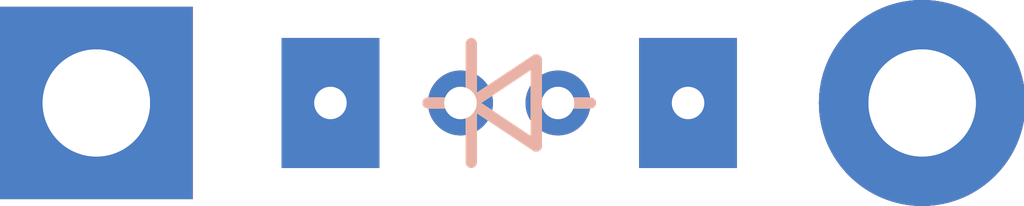
<source format=kicad_pcb>


(kicad_pcb (version 20171130) (host pcbnew 5.1.6)

  (page A3)
  (title_block
    (title "pcb")
    (rev "v1.0.0")
    (company "Unknown")
  )

  (general
    (thickness 1.6)
  )

  (layers
    (0 F.Cu signal)
    (31 B.Cu signal)
    (32 B.Adhes user)
    (33 F.Adhes user)
    (34 B.Paste user)
    (35 F.Paste user)
    (36 B.SilkS user)
    (37 F.SilkS user)
    (38 B.Mask user)
    (39 F.Mask user)
    (40 Dwgs.User user)
    (41 Cmts.User user)
    (42 Eco1.User user)
    (43 Eco2.User user)
    (44 Edge.Cuts user)
    (45 Margin user)
    (46 B.CrtYd user)
    (47 F.CrtYd user)
    (48 B.Fab user)
    (49 F.Fab user)
  )

  (setup
    (last_trace_width 0.25)
    (trace_clearance 0.2)
    (zone_clearance 0.508)
    (zone_45_only no)
    (trace_min 0.2)
    (via_size 0.8)
    (via_drill 0.4)
    (via_min_size 0.4)
    (via_min_drill 0.3)
    (uvia_size 0.3)
    (uvia_drill 0.1)
    (uvias_allowed no)
    (uvia_min_size 0.2)
    (uvia_min_drill 0.1)
    (edge_width 0.05)
    (segment_width 0.2)
    (pcb_text_width 0.3)
    (pcb_text_size 1.5 1.5)
    (mod_edge_width 0.12)
    (mod_text_size 1 1)
    (mod_text_width 0.15)
    (pad_size 1.524 1.524)
    (pad_drill 0.762)
    (pad_to_mask_clearance 0.05)
    (aux_axis_origin 0 0)
    (visible_elements FFFFFF7F)
    (pcbplotparams
      (layerselection 0x010fc_ffffffff)
      (usegerberextensions false)
      (usegerberattributes true)
      (usegerberadvancedattributes true)
      (creategerberjobfile true)
      (excludeedgelayer true)
      (linewidth 0.100000)
      (plotframeref false)
      (viasonmask false)
      (mode 1)
      (useauxorigin false)
      (hpglpennumber 1)
      (hpglpenspeed 20)
      (hpglpendiameter 15.000000)
      (psnegative false)
      (psa4output false)
      (plotreference true)
      (plotvalue true)
      (plotinvisibletext false)
      (padsonsilk false)
      (subtractmaskfromsilk false)
      (outputformat 1)
      (mirror false)
      (drillshape 1)
      (scaleselection 1)
      (outputdirectory ""))
  )

  (net 0 "")
(net 1 "from")
(net 2 "to")

  (net_class Default "This is the default net class."
    (clearance 0.2)
    (trace_width 0.25)
    (via_dia 0.8)
    (via_drill 0.4)
    (uvia_dia 0.3)
    (uvia_drill 0.1)
    (add_net "")
(add_net "from")
(add_net "to")
  )

  
      (module ComboDiode (layer F.Cu) (tedit 5B24D78E)
        (at 0 0 0)

        
        (fp_text reference "D1" (at 0 0) (layer F.SilkS) hide (effects (font (size 1.27 1.27) (thickness 0.15))))
        (fp_text value "" (at 0 0) (layer F.SilkS) hide (effects (font (size 1.27 1.27) (thickness 0.15))))

        
        (fp_line (start 0.25 0) (end 0.75 0) (layer F.SilkS) (width 0.1))
        (fp_line (start 0.25 0.4) (end -0.35 0) (layer F.SilkS) (width 0.1))
        (fp_line (start 0.25 -0.4) (end 0.25 0.4) (layer F.SilkS) (width 0.1))
        (fp_line (start -0.35 0) (end 0.25 -0.4) (layer F.SilkS) (width 0.1))
        (fp_line (start -0.35 0) (end -0.35 0.55) (layer F.SilkS) (width 0.1))
        (fp_line (start -0.35 0) (end -0.35 -0.55) (layer F.SilkS) (width 0.1))
        (fp_line (start -0.75 0) (end -0.35 0) (layer F.SilkS) (width 0.1))
        (fp_line (start 0.25 0) (end 0.75 0) (layer B.SilkS) (width 0.1))
        (fp_line (start 0.25 0.4) (end -0.35 0) (layer B.SilkS) (width 0.1))
        (fp_line (start 0.25 -0.4) (end 0.25 0.4) (layer B.SilkS) (width 0.1))
        (fp_line (start -0.35 0) (end 0.25 -0.4) (layer B.SilkS) (width 0.1))
        (fp_line (start -0.35 0) (end -0.35 0.55) (layer B.SilkS) (width 0.1))
        (fp_line (start -0.35 0) (end -0.35 -0.55) (layer B.SilkS) (width 0.1))
        (fp_line (start -0.75 0) (end -0.35 0) (layer B.SilkS) (width 0.1))

        
      (pad 1 smd rect (at -1.65 0 0) (size 0.9 1.2) (layers F.Cu F.Paste F.Mask) (net 2 "to"))
      (pad 2 smd rect (at 1.65 0 0) (size 0.9 1.2) (layers B.Cu B.Paste B.Mask) (net 1 "from"))
      (pad 1 smd rect (at -1.65 0 0) (size 0.9 1.2) (layers B.Cu B.Paste B.Mask) (net 2 "to"))
      (pad 2 smd rect (at 1.65 0 0) (size 0.9 1.2) (layers F.Cu F.Paste F.Mask) (net 1 "from"))
    
        
      (pad 1 thru_hole rect (at -3.81 0 0) (size 1.778 1.778) (drill 0.9906) (layers *.Cu *.Mask) (net 2 "to"))
      (pad 2 thru_hole circle (at 3.81 0 0) (size 1.905 1.905) (drill 0.9906) (layers *.Cu *.Mask) (net 1 "from"))
    
        
      )
    

      (module ComboDiode (layer F.Cu) (tedit 5B24D78E)
        (at 0 0 0)

        
        (fp_text reference "D2" (at 0 0) (layer F.SilkS) hide (effects (font (size 1.27 1.27) (thickness 0.15))))
        (fp_text value "" (at 0 0) (layer F.SilkS) hide (effects (font (size 1.27 1.27) (thickness 0.15))))

        
        (fp_line (start 0.25 0) (end 0.75 0) (layer F.SilkS) (width 0.1))
        (fp_line (start 0.25 0.4) (end -0.35 0) (layer F.SilkS) (width 0.1))
        (fp_line (start 0.25 -0.4) (end 0.25 0.4) (layer F.SilkS) (width 0.1))
        (fp_line (start -0.35 0) (end 0.25 -0.4) (layer F.SilkS) (width 0.1))
        (fp_line (start -0.35 0) (end -0.35 0.55) (layer F.SilkS) (width 0.1))
        (fp_line (start -0.35 0) (end -0.35 -0.55) (layer F.SilkS) (width 0.1))
        (fp_line (start -0.75 0) (end -0.35 0) (layer F.SilkS) (width 0.1))
        (fp_line (start 0.25 0) (end 0.75 0) (layer B.SilkS) (width 0.1))
        (fp_line (start 0.25 0.4) (end -0.35 0) (layer B.SilkS) (width 0.1))
        (fp_line (start 0.25 -0.4) (end 0.25 0.4) (layer B.SilkS) (width 0.1))
        (fp_line (start -0.35 0) (end 0.25 -0.4) (layer B.SilkS) (width 0.1))
        (fp_line (start -0.35 0) (end -0.35 0.55) (layer B.SilkS) (width 0.1))
        (fp_line (start -0.35 0) (end -0.35 -0.55) (layer B.SilkS) (width 0.1))
        (fp_line (start -0.75 0) (end -0.35 0) (layer B.SilkS) (width 0.1))

        
        
      (pad 1 thru_hole rect (at -3.81 0 0) (size 1.778 1.778) (drill 0.9906) (layers *.Cu *.Mask) (net 2 "to"))
      (pad 2 thru_hole circle (at 3.81 0 0) (size 1.905 1.905) (drill 0.9906) (layers *.Cu *.Mask) (net 1 "from"))
    
        
      )
    

      (module ComboDiode (layer F.Cu) (tedit 5B24D78E)
        (at 0 0 0)

        
        (fp_text reference "D3" (at 0 0) (layer F.SilkS) hide (effects (font (size 1.27 1.27) (thickness 0.15))))
        (fp_text value "" (at 0 0) (layer F.SilkS) hide (effects (font (size 1.27 1.27) (thickness 0.15))))

        
        (fp_line (start 0.25 0) (end 0.75 0) (layer F.SilkS) (width 0.1))
        (fp_line (start 0.25 0.4) (end -0.35 0) (layer F.SilkS) (width 0.1))
        (fp_line (start 0.25 -0.4) (end 0.25 0.4) (layer F.SilkS) (width 0.1))
        (fp_line (start -0.35 0) (end 0.25 -0.4) (layer F.SilkS) (width 0.1))
        (fp_line (start -0.35 0) (end -0.35 0.55) (layer F.SilkS) (width 0.1))
        (fp_line (start -0.35 0) (end -0.35 -0.55) (layer F.SilkS) (width 0.1))
        (fp_line (start -0.75 0) (end -0.35 0) (layer F.SilkS) (width 0.1))
        (fp_line (start 0.25 0) (end 0.75 0) (layer B.SilkS) (width 0.1))
        (fp_line (start 0.25 0.4) (end -0.35 0) (layer B.SilkS) (width 0.1))
        (fp_line (start 0.25 -0.4) (end 0.25 0.4) (layer B.SilkS) (width 0.1))
        (fp_line (start -0.35 0) (end 0.25 -0.4) (layer B.SilkS) (width 0.1))
        (fp_line (start -0.35 0) (end -0.35 0.55) (layer B.SilkS) (width 0.1))
        (fp_line (start -0.35 0) (end -0.35 -0.55) (layer B.SilkS) (width 0.1))
        (fp_line (start -0.75 0) (end -0.35 0) (layer B.SilkS) (width 0.1))

        
      (pad 1 smd rect (at -1.65 0 0) (size 0.9 1.2) (layers F.Cu F.Paste F.Mask) (net 2 "to"))
      (pad 2 smd rect (at 1.65 0 0) (size 0.9 1.2) (layers B.Cu B.Paste B.Mask) (net 1 "from"))
      (pad 1 smd rect (at -1.65 0 0) (size 0.9 1.2) (layers B.Cu B.Paste B.Mask) (net 2 "to"))
      (pad 2 smd rect (at 1.65 0 0) (size 0.9 1.2) (layers F.Cu F.Paste F.Mask) (net 1 "from"))
    
        
        
      )
    

      (module ComboDiode (layer F.Cu) (tedit 5B24D78E)
        (at 0 0 0)

        
        (fp_text reference "D4" (at 0 0) (layer F.SilkS) hide (effects (font (size 1.27 1.27) (thickness 0.15))))
        (fp_text value "" (at 0 0) (layer F.SilkS) hide (effects (font (size 1.27 1.27) (thickness 0.15))))

        
        (fp_line (start 0.25 0) (end 0.75 0) (layer F.SilkS) (width 0.1))
        (fp_line (start 0.25 0.4) (end -0.35 0) (layer F.SilkS) (width 0.1))
        (fp_line (start 0.25 -0.4) (end 0.25 0.4) (layer F.SilkS) (width 0.1))
        (fp_line (start -0.35 0) (end 0.25 -0.4) (layer F.SilkS) (width 0.1))
        (fp_line (start -0.35 0) (end -0.35 0.55) (layer F.SilkS) (width 0.1))
        (fp_line (start -0.35 0) (end -0.35 -0.55) (layer F.SilkS) (width 0.1))
        (fp_line (start -0.75 0) (end -0.35 0) (layer F.SilkS) (width 0.1))
        (fp_line (start 0.25 0) (end 0.75 0) (layer B.SilkS) (width 0.1))
        (fp_line (start 0.25 0.4) (end -0.35 0) (layer B.SilkS) (width 0.1))
        (fp_line (start 0.25 -0.4) (end 0.25 0.4) (layer B.SilkS) (width 0.1))
        (fp_line (start -0.35 0) (end 0.25 -0.4) (layer B.SilkS) (width 0.1))
        (fp_line (start -0.35 0) (end -0.35 0.55) (layer B.SilkS) (width 0.1))
        (fp_line (start -0.35 0) (end -0.35 -0.55) (layer B.SilkS) (width 0.1))
        (fp_line (start -0.75 0) (end -0.35 0) (layer B.SilkS) (width 0.1))

        
      (pad 1 smd rect (at -1.65 0 0) (size 0.9 1.2) (layers F.Cu F.Paste F.Mask) (net 2 "to"))
      (pad 2 smd rect (at 1.65 0 0) (size 0.9 1.2) (layers B.Cu B.Paste B.Mask) (net 1 "from"))
      (pad 1 smd rect (at -1.65 0 0) (size 0.9 1.2) (layers B.Cu B.Paste B.Mask) (net 2 "to"))
      (pad 2 smd rect (at 1.65 0 0) (size 0.9 1.2) (layers F.Cu F.Paste F.Mask) (net 1 "from"))
    
        
        
        (pad 1 thru_hole circle (at -0.45 0) (size 0.6 0.6) (drill 0.3) (layers *.Cu) (net 2 "to"))
        (pad 2 thru_hole circle (at 0.45 0) (size 0.6 0.6) (drill 0.3) (layers *.Cu) (net 1 "from"))
      
      )
    

      (module ComboDiode (layer F.Cu) (tedit 5B24D78E)
        (at 0 0 0)

        
        (fp_text reference "D5" (at 0 0) (layer F.SilkS) hide (effects (font (size 1.27 1.27) (thickness 0.15))))
        (fp_text value "" (at 0 0) (layer F.SilkS) hide (effects (font (size 1.27 1.27) (thickness 0.15))))

        
        (fp_line (start 0.25 0) (end 0.75 0) (layer F.SilkS) (width 0.1))
        (fp_line (start 0.25 0.4) (end -0.35 0) (layer F.SilkS) (width 0.1))
        (fp_line (start 0.25 -0.4) (end 0.25 0.4) (layer F.SilkS) (width 0.1))
        (fp_line (start -0.35 0) (end 0.25 -0.4) (layer F.SilkS) (width 0.1))
        (fp_line (start -0.35 0) (end -0.35 0.55) (layer F.SilkS) (width 0.1))
        (fp_line (start -0.35 0) (end -0.35 -0.55) (layer F.SilkS) (width 0.1))
        (fp_line (start -0.75 0) (end -0.35 0) (layer F.SilkS) (width 0.1))
        (fp_line (start 0.25 0) (end 0.75 0) (layer B.SilkS) (width 0.1))
        (fp_line (start 0.25 0.4) (end -0.35 0) (layer B.SilkS) (width 0.1))
        (fp_line (start 0.25 -0.4) (end 0.25 0.4) (layer B.SilkS) (width 0.1))
        (fp_line (start -0.35 0) (end 0.25 -0.4) (layer B.SilkS) (width 0.1))
        (fp_line (start -0.35 0) (end -0.35 0.55) (layer B.SilkS) (width 0.1))
        (fp_line (start -0.35 0) (end -0.35 -0.55) (layer B.SilkS) (width 0.1))
        (fp_line (start -0.75 0) (end -0.35 0) (layer B.SilkS) (width 0.1))

        
      (pad 1 smd rect (at -1.65 0 0) (size 0.9 1.2) (layers F.Cu F.Paste F.Mask) (net 2 "to"))
      (pad 2 smd rect (at 1.65 0 0) (size 0.9 1.2) (layers B.Cu B.Paste B.Mask) (net 1 "from"))
      (pad 1 smd rect (at -1.65 0 0) (size 0.9 1.2) (layers B.Cu B.Paste B.Mask) (net 2 "to"))
      (pad 2 smd rect (at 1.65 0 0) (size 0.9 1.2) (layers F.Cu F.Paste F.Mask) (net 1 "from"))
    
        
        
        (pad 1 thru_hole circle (at -1.65 0) (size 0.6 0.6) (drill 0.3) (layers *.Cu) (net 2 "to"))
        (pad 2 thru_hole circle (at 1.65 0) (size 0.6 0.6) (drill 0.3) (layers *.Cu) (net 1 "from"))
      
      )
    
  

)


</source>
